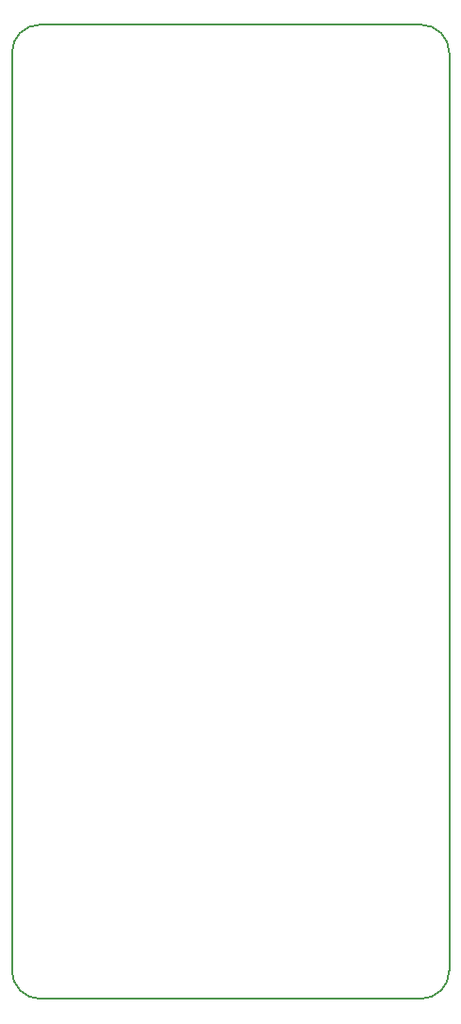
<source format=gm1>
G04 #@! TF.FileFunction,Profile,NP*
%FSLAX46Y46*%
G04 Gerber Fmt 4.6, Leading zero omitted, Abs format (unit mm)*
G04 Created by KiCad (PCBNEW 4.0.7) date 2018 June 21, Thursday 20:27:03*
%MOMM*%
%LPD*%
G01*
G04 APERTURE LIST*
%ADD10C,0.100000*%
%ADD11C,0.150000*%
G04 APERTURE END LIST*
D10*
D11*
X168910000Y-62230000D02*
X134620000Y-62230000D01*
X171450000Y-64770000D02*
G75*
G03X168910000Y-62230000I-2540000J0D01*
G01*
X134620000Y-62230000D02*
G75*
G03X132080000Y-64770000I0J-2540000D01*
G01*
X132080000Y-147320000D02*
G75*
G03X134620000Y-149860000I2540000J0D01*
G01*
X168910000Y-149860000D02*
G75*
G03X171450000Y-147320000I0J2540000D01*
G01*
X132080000Y-109220000D02*
X132080000Y-64770000D01*
X132080000Y-147320000D02*
X132080000Y-109220000D01*
X135890000Y-149860000D02*
X134620000Y-149860000D01*
X168910000Y-149860000D02*
X135890000Y-149860000D01*
X171450000Y-64770000D02*
X171450000Y-147320000D01*
M02*

</source>
